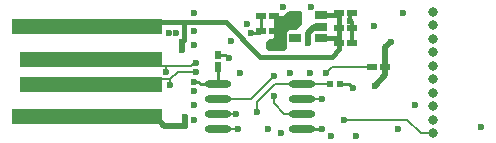
<source format=gbl>
G04 Layer: BottomLayer*
G04 EasyEDA v6.5.46, 2025-02-01 21:24:59*
G04 3faa27f7c1044bbbb46ecef337df57e6,286660f9466f4c8aba87c6f7285b94de,10*
G04 Gerber Generator version 0.2*
G04 Scale: 100 percent, Rotated: No, Reflected: No *
G04 Dimensions in millimeters *
G04 leading zeros omitted , absolute positions ,4 integer and 5 decimal *
%FSLAX45Y45*%
%MOMM*%

%AMMACRO1*4,1,4,6.0325,0.635,6.0325,-0.635,-6.0325,-0.635,-6.0325,0.635,6.0325,0.635,0*%
%AMMACRO2*4,1,4,6.35,0.635,6.35,-0.635,-6.35,-0.635,-6.35,0.635,6.35,0.635,0*%
%AMMACRO3*21,1,$1,$2,0,0,$3*%
%ADD10C,0.2000*%
%ADD11C,0.2540*%
%ADD12C,0.3000*%
%ADD13C,0.5000*%
%ADD14C,0.4000*%
%ADD15MACRO1*%
%ADD16MACRO2*%
%ADD17MACRO3,0.54X0.7901X90.0000*%
%ADD18MACRO3,0.54X0.7901X-90.0000*%
%ADD19R,0.5400X0.7901*%
%ADD20MACRO3,0.54X0.7901X0.0000*%
%ADD21MACRO3,0.6X1X-90.0024*%
%ADD22MACRO3,0.5999X1.0001X-90.0024*%
%ADD23MACRO3,0.6X1X-90.0000*%
%ADD24MACRO3,0.6X1X-89.9976*%
%ADD25O,2.2500082X0.6299962*%
%ADD26MACRO3,0.54X0.5656X-90.0000*%
%ADD27C,0.8000*%
%ADD28C,0.6000*%

%LPD*%
G36*
X990600Y469900D02*
G01*
X977900Y457200D01*
X880008Y457200D01*
X876300Y406400D01*
X863600Y393700D01*
X838200Y393700D01*
X812800Y368300D01*
X812800Y317500D01*
X838200Y292100D01*
X965200Y292100D01*
X990600Y317500D01*
G37*
G36*
X990600Y622300D02*
G01*
X952500Y584200D01*
X880008Y584200D01*
X876300Y580491D01*
X876300Y406400D01*
X889000Y393700D01*
X965200Y393700D01*
X977900Y406400D01*
X977900Y444500D01*
X1003300Y469900D01*
X1066800Y469900D01*
X1117600Y520700D01*
X1117600Y622300D01*
G37*
D10*
X408990Y-241300D02*
G01*
X558800Y-241300D01*
X408990Y-368300D02*
G01*
X571500Y-368300D01*
X876300Y-88900D02*
G01*
X876300Y-152400D01*
X965200Y-241300D01*
X1115006Y-241300D01*
X1282700Y-114300D02*
G01*
X1115009Y-114300D01*
X1353718Y12700D02*
G01*
X1115009Y12700D01*
X736600Y-228600D02*
G01*
X736600Y-139700D01*
X889000Y12700D01*
X1115059Y12700D01*
X876300Y76200D02*
G01*
X685800Y-114300D01*
X408940Y-114300D01*
X1320800Y101600D02*
G01*
X1371600Y152400D01*
X1710791Y152400D01*
D11*
X685800Y444500D02*
G01*
X758291Y444500D01*
X770991Y457200D01*
X770991Y584200D02*
G01*
X770991Y457200D01*
X1282700Y-368300D02*
G01*
X1115009Y-368300D01*
D12*
X1540416Y482597D02*
G01*
X1540416Y355597D01*
X1524000Y546100D02*
G01*
X1540416Y529683D01*
X1540416Y482597D01*
X1540416Y609597D02*
G01*
X1524000Y593181D01*
X1524000Y546100D01*
D13*
X1168400Y355600D02*
G01*
X1168400Y444500D01*
X1219200Y495300D01*
X1278409Y495300D01*
X1819808Y152400D02*
G01*
X1819808Y84429D01*
X1731492Y-3886D01*
X1866900Y368300D02*
G01*
X1819808Y321208D01*
X1819808Y152400D01*
D11*
X406400Y148691D02*
G01*
X408990Y146100D01*
X408990Y12700D01*
X495300Y228600D02*
G01*
X466191Y257708D01*
X406400Y257708D01*
X1549400Y-25400D02*
G01*
X1511300Y12700D01*
X1440281Y12700D01*
X408993Y12700D02*
G01*
X254000Y12700D01*
X241300Y25400D01*
X203200Y25400D01*
D13*
X127000Y-266700D02*
G01*
X127000Y-342900D01*
D14*
X-704850Y488950D02*
G01*
X-660400Y533400D01*
X469900Y533400D01*
X762000Y241300D01*
X1371600Y241300D01*
X1431290Y300989D01*
X1431290Y355600D01*
X1431399Y609597D02*
G01*
X1431399Y355597D01*
X1278407Y400304D02*
G01*
X1282318Y396392D01*
X1431399Y396392D01*
X1278381Y590295D02*
G01*
X1431290Y590295D01*
X1431290Y609600D01*
D10*
X1473200Y-292100D02*
G01*
X2006600Y-292100D01*
X2120900Y-406400D01*
X2222500Y-406400D01*
D13*
X127000Y-342900D02*
G01*
X-50800Y-342900D01*
X-120650Y-273050D01*
X-704850Y-273050D01*
X101600Y294200D02*
G01*
X101600Y368300D01*
D14*
X101600Y368300D02*
G01*
X118569Y385269D01*
X118569Y533400D01*
D10*
X-673100Y215900D02*
G01*
X-622300Y165100D01*
X177800Y165100D01*
X203200Y190500D01*
X215900Y190500D01*
X-673100Y0D02*
G01*
X-622300Y50800D01*
X0Y50800D01*
X63500Y114300D01*
X215900Y114300D01*
X0Y0D02*
G01*
X0Y50800D01*
X2628Y165100D02*
G01*
X-38100Y165100D01*
X-38100Y114300D01*
D15*
G01*
X-673100Y0D03*
G01*
X-673100Y215900D03*
D16*
G01*
X-704850Y488950D03*
G01*
X-704850Y-273050D03*
D17*
G01*
X1431396Y482597D03*
G01*
X1540408Y482597D03*
G01*
X1431396Y609597D03*
G01*
X1540408Y609597D03*
G01*
X1431396Y355597D03*
G01*
X1540408Y355597D03*
D18*
G01*
X880005Y584200D03*
G01*
X770994Y584200D03*
G01*
X880005Y457200D03*
G01*
X770994Y457200D03*
D19*
G01*
X406400Y257708D03*
D20*
G01*
X406400Y148694D03*
D21*
G01*
X1278411Y495300D03*
D22*
G01*
X1278412Y400306D03*
D23*
G01*
X1278404Y590290D03*
D24*
G01*
X1058392Y400298D03*
D23*
G01*
X1058393Y590303D03*
D25*
G01*
X1115009Y12700D03*
G01*
X1115009Y-114300D03*
G01*
X1115009Y-241300D03*
G01*
X1115009Y-368300D03*
G01*
X408990Y12700D03*
G01*
X408990Y-114300D03*
G01*
X408990Y-241300D03*
G01*
X408990Y-368300D03*
D17*
G01*
X1710794Y152400D03*
G01*
X1819805Y152400D03*
D26*
G01*
X1440282Y12700D03*
G01*
X1353717Y12700D03*
D27*
G01*
X2222500Y622300D03*
G01*
X2222500Y508000D03*
G01*
X2222500Y-406400D03*
G01*
X2222500Y-292100D03*
G01*
X2222500Y-177800D03*
G01*
X2222500Y-63500D03*
G01*
X2222500Y50800D03*
G01*
X2222500Y165100D03*
G01*
X2222500Y279400D03*
G01*
X2222500Y393700D03*
D28*
G01*
X876300Y76200D03*
G01*
X558800Y-241300D03*
G01*
X571500Y-368300D03*
G01*
X876300Y-88900D03*
G01*
X736600Y-228600D03*
G01*
X1282700Y-114300D03*
G01*
X1320800Y101600D03*
G01*
X1930400Y-368300D03*
G01*
X2070100Y-165100D03*
G01*
X1731492Y-3886D03*
G01*
X1866900Y368300D03*
G01*
X1968500Y609600D03*
G01*
X1524000Y546100D03*
G01*
X952500Y660400D03*
G01*
X685800Y444500D03*
G01*
X203200Y609600D03*
G01*
X203200Y457200D03*
G01*
X203200Y342900D03*
G01*
X203200Y-50800D03*
G01*
X203200Y-165100D03*
G01*
X203200Y-292100D03*
G01*
X939800Y-406400D03*
G01*
X1282700Y-368300D03*
G01*
X1016000Y101600D03*
G01*
X1181100Y101600D03*
G01*
X1168400Y355600D03*
G01*
X832205Y-368300D03*
G01*
X850900Y355600D03*
G01*
X203200Y25400D03*
G01*
X495300Y228600D03*
G01*
X520141Y368858D03*
G01*
X596087Y100787D03*
G01*
X1358900Y-431800D03*
G01*
X647700Y520700D03*
G01*
X1193800Y660400D03*
G01*
X1549400Y-25400D03*
G01*
X1728393Y501091D03*
G01*
X939800Y355600D03*
G01*
X215900Y190500D03*
G01*
X215900Y114300D03*
G01*
X127000Y-266700D03*
G01*
X127000Y-342900D03*
G01*
X1473200Y-292100D03*
G01*
X2628900Y-355600D03*
G01*
X1574800Y-431800D03*
G01*
X50800Y444500D03*
G01*
X-12700Y444500D03*
G01*
X101600Y368300D03*
G01*
X101600Y294208D03*
G01*
X0Y0D03*
G01*
X-38100Y114300D03*
M02*

</source>
